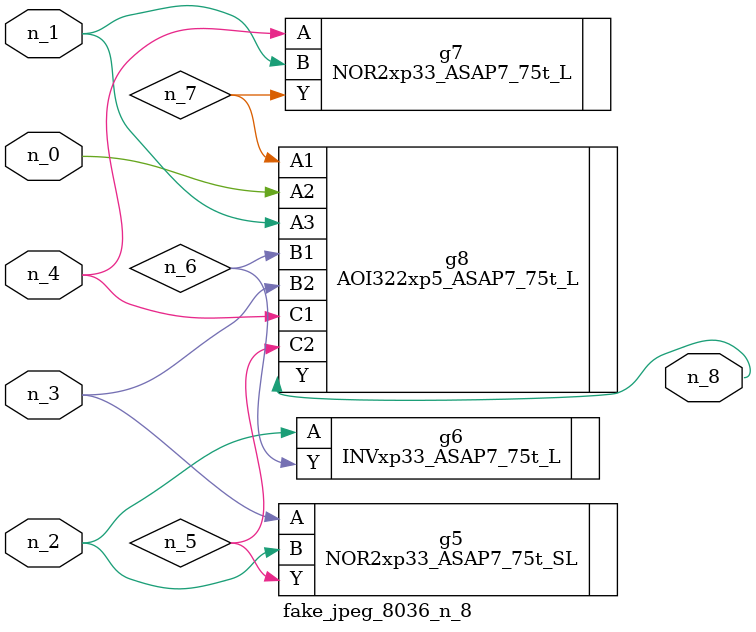
<source format=v>
module fake_jpeg_8036_n_8 (n_3, n_2, n_1, n_0, n_4, n_8);

input n_3;
input n_2;
input n_1;
input n_0;
input n_4;

output n_8;

wire n_6;
wire n_5;
wire n_7;

NOR2xp33_ASAP7_75t_SL g5 ( 
.A(n_3),
.B(n_2),
.Y(n_5)
);

INVxp33_ASAP7_75t_L g6 ( 
.A(n_2),
.Y(n_6)
);

NOR2xp33_ASAP7_75t_L g7 ( 
.A(n_4),
.B(n_1),
.Y(n_7)
);

AOI322xp5_ASAP7_75t_L g8 ( 
.A1(n_7),
.A2(n_0),
.A3(n_1),
.B1(n_6),
.B2(n_3),
.C1(n_4),
.C2(n_5),
.Y(n_8)
);


endmodule
</source>
